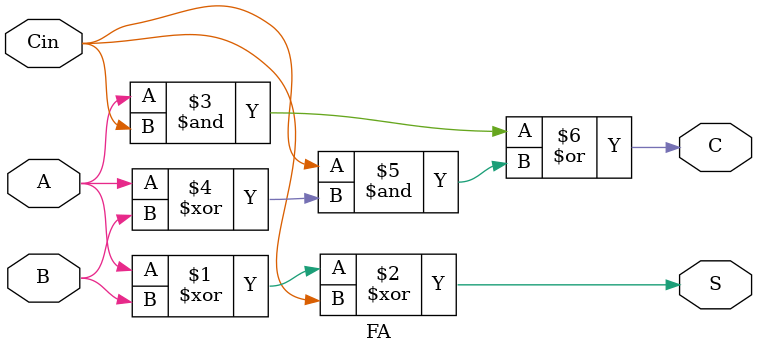
<source format=v>
module FA(
    input A,
    input B,
    input Cin,    //carry in
    output S,   //sum
    output C    //carry
);
    assign S = (A^B)^Cin;
    assign C = (A&Cin)|(Cin&(A^B));

endmodule
</source>
